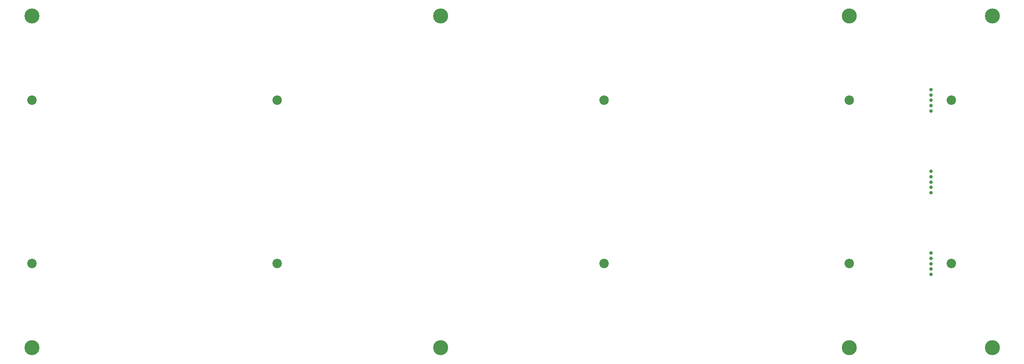
<source format=gbr>
G04 #@! TF.GenerationSoftware,KiCad,Pcbnew,(5.1.10-1-10_14)*
G04 #@! TF.CreationDate,2021-08-20T16:54:01-05:00*
G04 #@! TF.ProjectId,ori_top_plate,6f72695f-746f-4705-9f70-6c6174652e6b,rev?*
G04 #@! TF.SameCoordinates,Original*
G04 #@! TF.FileFunction,Soldermask,Top*
G04 #@! TF.FilePolarity,Negative*
%FSLAX46Y46*%
G04 Gerber Fmt 4.6, Leading zero omitted, Abs format (unit mm)*
G04 Created by KiCad (PCBNEW (5.1.10-1-10_14)) date 2021-08-20 16:54:01*
%MOMM*%
%LPD*%
G01*
G04 APERTURE LIST*
%ADD10C,2.200000*%
%ADD11C,0.800000*%
%ADD12C,3.500000*%
G04 APERTURE END LIST*
D10*
X379835826Y-97618904D03*
X379835826Y-59518936D03*
X356023346Y-97618904D03*
X222673458Y-97618904D03*
X356023346Y-59518936D03*
X222673458Y-59518936D03*
X298873394Y-97618904D03*
X165523506Y-97618904D03*
X298873394Y-59518936D03*
X165523506Y-59518936D03*
D11*
X375048450Y-97631692D03*
X375048450Y-96381692D03*
X375048450Y-95131692D03*
X375048450Y-98881692D03*
X375048450Y-100131692D03*
X375048450Y-78581580D03*
X375048450Y-77331580D03*
X375048450Y-76081580D03*
X375048450Y-79831580D03*
X375048450Y-81081580D03*
X375048450Y-59518808D03*
X375048450Y-58268808D03*
X375048450Y-57018808D03*
X375048450Y-60768808D03*
X375048450Y-62018808D03*
D12*
X165523314Y-39873575D03*
X165523314Y-117264265D03*
X260773394Y-39873575D03*
X260773394Y-117264265D03*
X356023474Y-39873575D03*
X356023474Y-117264265D03*
X389361002Y-39873575D03*
X389361002Y-117264265D03*
M02*

</source>
